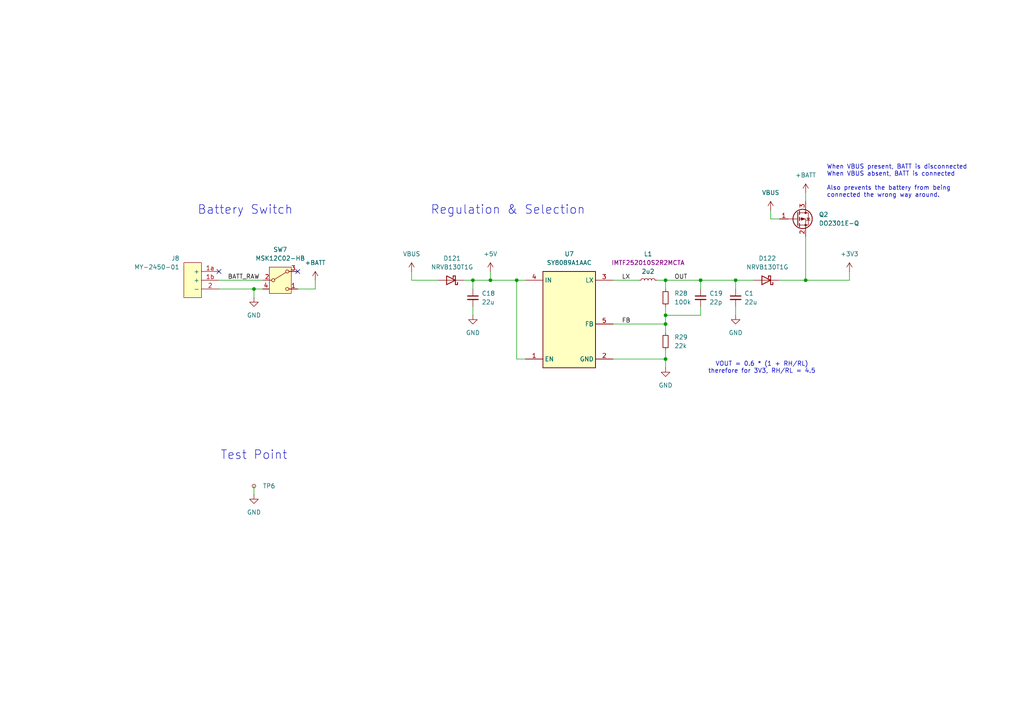
<source format=kicad_sch>
(kicad_sch (version 20231120) (generator "eeschema") (generator_version "8.0")
  (paper "A4")
  (lib_symbols
    (symbol "Connector:TestPoint_Small" (pin_numbers hide) (pin_names (offset 0.762) hide)
      (property "Reference" "TP" (at 0 3.81 0))
      (property "Value" "TestPoint_Small" (at 0 2.032 0))
      (symbol "TestPoint_Small_0_1"
        (circle (center 0 0) (radius 0.508))
      )
      (symbol "TestPoint_Small_1_1"
        (pin passive line (at 0 0 90) (length 0) (name "1") (number "1"))
      )
    )
    (symbol "Device:C_Small" (pin_numbers hide) (pin_names (offset 0.254) hide)
      (property "Reference" "C" (at 0.254 1.778 0))
      (property "Value" "C_Small" (at 0.254 -2.032 0))
      (symbol "C_Small_0_1"
        (polyline (pts (xy -1.524 -0.508) (xy 1.524 -0.508)) (stroke (width 0.3302)))
        (polyline (pts (xy -1.524 0.508) (xy 1.524 0.508)) (stroke (width 0.3048)))
      )
      (symbol "C_Small_1_1"
        (pin passive line (at 0 2.54 270) (length 2.032) (name "~") (number "1"))
        (pin passive line (at 0 -2.54 90) (length 2.032) (name "~") (number "2"))
      )
    )
    (symbol "Device:D_Schottky" (pin_numbers hide) (pin_names (offset 1.016) hide)
      (property "Reference" "D" (at 0 2.54 0))
      (property "Value" "D_Schottky" (at 0 -2.54 0))
      (symbol "D_Schottky_0_1"
        (polyline (pts (xy 1.27 0) (xy -1.27 0)))
        (polyline (pts (xy 1.27 1.27) (xy 1.27 -1.27) (xy -1.27 0) (xy 1.27 1.27)) (stroke (width 0.254)))
        (polyline (pts (xy -1.905 0.635) (xy -1.905 1.27) (xy -1.27 1.27) (xy -1.27 -1.27) (xy -0.635 -1.27) (xy -0.635 -0.635)) (stroke (width 0.254)))
      )
      (symbol "D_Schottky_1_1"
        (pin passive line (at -3.81 0 0) (length 2.54) (name "K") (number "1"))
        (pin passive line (at 3.81 0 180) (length 2.54) (name "A") (number "2"))
      )
    )
    (symbol "Device:L_Small" (pin_numbers hide) (pin_names (offset 0.254) hide)
      (property "Reference" "L" (at 0.762 1.016 0))
      (property "Value" "L_Small" (at 0.762 -1.016 0))
      (symbol "L_Small_0_1"
        (arc (start 0 -2.032) (mid 0.5058 -1.524) (end 0 -1.016))
        (arc (start 0 -1.016) (mid 0.5058 -0.508) (end 0 0))
        (arc (start 0 0) (mid 0.5058 0.508) (end 0 1.016))
        (arc (start 0 1.016) (mid 0.5058 1.524) (end 0 2.032))
      )
      (symbol "L_Small_1_1"
        (pin passive line (at 0 2.54 270) (length 0.508) (name "~") (number "1"))
        (pin passive line (at 0 -2.54 90) (length 0.508) (name "~") (number "2"))
      )
    )
    (symbol "Device:Q_PMOS_GSD" (pin_names (offset 0) hide)
      (property "Reference" "Q" (at 5.08 1.27 0))
      (property "Value" "Q_PMOS_GSD" (at 5.08 -1.27 0))
      (symbol "Q_PMOS_GSD_0_1"
        (polyline (pts (xy 0.254 0) (xy -2.54 0)))
        (polyline (pts (xy 0.254 1.905) (xy 0.254 -1.905)) (stroke (width 0.254)))
        (polyline (pts (xy 0.762 -1.27) (xy 0.762 -2.286)) (stroke (width 0.254)))
        (polyline (pts (xy 0.762 0.508) (xy 0.762 -0.508)) (stroke (width 0.254)))
        (polyline (pts (xy 0.762 2.286) (xy 0.762 1.27)) (stroke (width 0.254)))
        (polyline (pts (xy 2.54 2.54) (xy 2.54 1.778)))
        (polyline (pts (xy 2.54 -2.54) (xy 2.54 0) (xy 0.762 0)))
        (polyline (pts (xy 0.762 1.778) (xy 3.302 1.778) (xy 3.302 -1.778) (xy 0.762 -1.778)))
        (polyline (pts (xy 2.286 0) (xy 1.27 0.381) (xy 1.27 -0.381) (xy 2.286 0)) (fill (type outline)))
        (polyline (pts (xy 2.794 -0.508) (xy 2.921 -0.381) (xy 3.683 -0.381) (xy 3.81 -0.254)))
        (polyline (pts (xy 3.302 -0.381) (xy 2.921 0.254) (xy 3.683 0.254) (xy 3.302 -0.381)))
        (circle (center 1.651 0) (radius 2.794) (stroke (width 0.254)))
        (circle (center 2.54 -1.778) (radius 0.254) (fill (type outline)))
        (circle (center 2.54 1.778) (radius 0.254) (fill (type outline)))
      )
      (symbol "Q_PMOS_GSD_1_1"
        (pin input line (at -5.08 0 0) (length 2.54) (name "G") (number "1"))
        (pin passive line (at 2.54 -5.08 90) (length 2.54) (name "S") (number "2"))
        (pin passive line (at 2.54 5.08 270) (length 2.54) (name "D") (number "3"))
      )
    )
    (symbol "Device:R_Small" (pin_numbers hide) (pin_names (offset 0.254) hide)
      (property "Reference" "R" (at 0.762 0.508 0))
      (property "Value" "R_Small" (at 0.762 -1.016 0))
      (symbol "R_Small_0_1"
        (rectangle (start -0.762 1.778) (end 0.762 -1.778) (stroke (width 0.2032)))
      )
      (symbol "R_Small_1_1"
        (pin passive line (at 0 2.54 270) (length 0.762) (name "~") (number "1"))
        (pin passive line (at 0 -2.54 90) (length 0.762) (name "~") (number "2"))
      )
    )
    (symbol "SY8089A1AAC:SY8089A1AAC"
      (property "Reference" "U" (at 0 5.08 0))
      (property "Value" "SY8089A1AAC" (at 0 2.54 0))
      (symbol "SY8089A1AAC_1_1"
        (rectangle (start -7.62 0) (end 7.62 -27.94) (stroke (width 0.254)) (fill (type background)))
        (pin passive line (at -12.7 -25.4 0) (length 5.08) (name "EN") (number "1"))
        (pin passive line (at 12.7 -25.4 180) (length 5.08) (name "GND") (number "2"))
        (pin passive line (at 12.7 -2.54 180) (length 5.08) (name "LX") (number "3"))
        (pin passive line (at -12.7 -2.54 0) (length 5.08) (name "IN") (number "4"))
        (pin passive line (at 12.7 -15.24 180) (length 5.08) (name "FB") (number "5"))
      )
    )
    (symbol "badge_symbols:MSK12C02-HB" (pin_names (offset 1) hide)
      (property "Reference" "SW" (at 0 10.16 0))
      (property "Value" "MSK12C02-HB" (at 0 7.62 0))
      (symbol "MSK12C02-HB_0_1"
        (circle (center -2.032 0) (radius 0.4572))
        (polyline (pts (xy -1.651 0.254) (xy 1.651 2.286)))
        (circle (center 2.032 -2.54) (radius 0.4572))
        (circle (center 2.032 2.54) (radius 0.4572))
      )
      (symbol "MSK12C02-HB_1_1"
        (rectangle (start -3.175 3.81) (end 3.175 -3.81) (fill (type background)))
        (pin passive line (at 5.08 -2.54 180) (length 2.54) (name "C") (number "1"))
        (pin passive line (at -5.08 0 0) (length 2.54) (name "B") (number "2"))
        (pin passive line (at 5.08 2.54 180) (length 2.54) (name "A") (number "3"))
        (pin passive line (at -5.08 -2.54 0) (length 1.9) (name "") (number "4"))
      )
    )
    (symbol "badge_symbols:MY-2450-01"
      (property "Reference" "J" (at 0 5.08 0))
      (property "Value" "MY-2450-01" (at 0 2.54 0))
      (symbol "MY-2450-01_1_1"
        (rectangle (start -2.54 0) (end 2.54 -10.16) (fill (type background)))
        (pin input line (at 7.62 -2.54 180) (length 5.08) (name "+") (number "1a"))
        (pin input line (at 7.62 -5.08 180) (length 5.08) (name "+") (number "1b"))
        (pin input line (at 7.62 -7.62 180) (length 5.08) (name "-") (number "2"))
      )
    )
    (symbol "power:+3V3" (power) (pin_numbers hide) (pin_names (offset 0) hide)
      (property "Value" "+3V3" (at 0 3.556 0))
      (symbol "+3V3_0_1"
        (polyline (pts (xy -0.762 1.27) (xy 0 2.54)))
        (polyline (pts (xy 0 0) (xy 0 2.54)))
        (polyline (pts (xy 0 2.54) (xy 0.762 1.27)))
      )
      (symbol "+3V3_1_1"
        (pin power_in line (at 0 0 90) (length 0) (name "~") (number "1"))
      )
    )
    (symbol "power:+5V" (power) (pin_numbers hide) (pin_names (offset 0) hide)
      (property "Value" "+5V" (at 0 3.556 0))
      (symbol "+5V_0_1"
        (polyline (pts (xy -0.762 1.27) (xy 0 2.54)))
        (polyline (pts (xy 0 0) (xy 0 2.54)))
        (polyline (pts (xy 0 2.54) (xy 0.762 1.27)))
      )
      (symbol "+5V_1_1"
        (pin power_in line (at 0 0 90) (length 0) (name "~") (number "1"))
      )
    )
    (symbol "power:+BATT" (power) (pin_numbers hide) (pin_names (offset 0) hide)
      (property "Value" "+BATT" (at 0 3.556 0))
      (symbol "+BATT_0_1"
        (polyline (pts (xy -0.762 1.27) (xy 0 2.54)))
        (polyline (pts (xy 0 0) (xy 0 2.54)))
        (polyline (pts (xy 0 2.54) (xy 0.762 1.27)))
      )
      (symbol "+BATT_1_1"
        (pin power_in line (at 0 0 90) (length 0) (name "~") (number "1"))
      )
    )
    (symbol "power:GND" (power) (pin_numbers hide) (pin_names (offset 0) hide)
      (property "Value" "GND" (at 0 -3.81 0))
      (symbol "GND_0_1"
        (polyline (pts (xy 0 0) (xy 0 -1.27) (xy 1.27 -1.27) (xy 0 -2.54) (xy -1.27 -1.27) (xy 0 -1.27)))
      )
      (symbol "GND_1_1"
        (pin power_in line (at 0 0 270) (length 0) (name "~") (number "1"))
      )
    )
    (symbol "power:VBUS" (power) (pin_numbers hide) (pin_names (offset 0) hide)
      (property "Value" "VBUS" (at 0 3.556 0))
      (symbol "VBUS_0_1"
        (polyline (pts (xy -0.762 1.27) (xy 0 2.54)))
        (polyline (pts (xy 0 0) (xy 0 2.54)))
        (polyline (pts (xy 0 2.54) (xy 0.762 1.27)))
      )
      (symbol "VBUS_1_1"
        (pin power_in line (at 0 0 90) (length 0) (name "~") (number "1"))
      )
    )
  )
  (junction (at 213.36 81.28))
  (junction (at 193.04 91.44))
  (junction (at 142.24 81.28))
  (junction (at 73.66 83.82))
  (junction (at 203.2 81.28))
  (junction (at 149.86 81.28))
  (junction (at 233.68 81.28))
  (junction (at 193.04 104.14))
  (junction (at 193.04 93.98))
  (junction (at 137.16 81.28))
  (junction (at 193.04 81.28))
  (no_connect (at 86.36 78.74))
  (no_connect (at 63.5 78.74))
  (wire (pts (xy 149.86 81.28) (xy 152.4 81.28)))
  (wire (pts (xy 193.04 81.28) (xy 203.2 81.28)))
  (wire (pts (xy 86.36 83.82) (xy 91.44 83.82)))
  (wire (pts (xy 193.04 104.14) (xy 193.04 106.68)))
  (wire (pts (xy 149.86 81.28) (xy 149.86 104.14)))
  (wire (pts (xy 119.38 78.74) (xy 119.38 81.28)))
  (wire (pts (xy 193.04 101.6) (xy 193.04 104.14)))
  (wire (pts (xy 73.66 86.36) (xy 73.66 83.82)))
  (wire (pts (xy 226.06 81.28) (xy 233.68 81.28)))
  (wire (pts (xy 73.66 140.97) (xy 73.66 143.51)))
  (wire (pts (xy 203.2 81.28) (xy 213.36 81.28)))
  (wire (pts (xy 203.2 81.28) (xy 203.2 83.82)))
  (wire (pts (xy 233.68 55.88) (xy 233.68 58.42)))
  (wire (pts (xy 213.36 81.28) (xy 218.44 81.28)))
  (wire (pts (xy 177.8 81.28) (xy 185.42 81.28)))
  (wire (pts (xy 142.24 81.28) (xy 149.86 81.28)))
  (wire (pts (xy 137.16 81.28) (xy 142.24 81.28)))
  (wire (pts (xy 137.16 88.9) (xy 137.16 91.44)))
  (wire (pts (xy 91.44 81.28) (xy 91.44 83.82)))
  (wire (pts (xy 63.5 81.28) (xy 76.2 81.28)))
  (wire (pts (xy 246.38 78.74) (xy 246.38 81.28)))
  (wire (pts (xy 193.04 93.98) (xy 193.04 96.52)))
  (wire (pts (xy 203.2 88.9) (xy 203.2 91.44)))
  (wire (pts (xy 223.52 63.5) (xy 226.06 63.5)))
  (wire (pts (xy 223.52 60.96) (xy 223.52 63.5)))
  (wire (pts (xy 193.04 91.44) (xy 193.04 93.98)))
  (wire (pts (xy 152.4 104.14) (xy 149.86 104.14)))
  (wire (pts (xy 63.5 83.82) (xy 73.66 83.82)))
  (wire (pts (xy 190.5 81.28) (xy 193.04 81.28)))
  (wire (pts (xy 233.68 68.58) (xy 233.68 81.28)))
  (wire (pts (xy 137.16 81.28) (xy 137.16 83.82)))
  (wire (pts (xy 73.66 83.82) (xy 76.2 83.82)))
  (wire (pts (xy 177.8 93.98) (xy 193.04 93.98)))
  (wire (pts (xy 193.04 88.9) (xy 193.04 91.44)))
  (wire (pts (xy 134.62 81.28) (xy 137.16 81.28)))
  (wire (pts (xy 213.36 83.82) (xy 213.36 81.28)))
  (wire (pts (xy 193.04 91.44) (xy 203.2 91.44)))
  (wire (pts (xy 119.38 81.28) (xy 127 81.28)))
  (wire (pts (xy 142.24 78.74) (xy 142.24 81.28)))
  (wire (pts (xy 193.04 81.28) (xy 193.04 83.82)))
  (wire (pts (xy 177.8 104.14) (xy 193.04 104.14)))
  (wire (pts (xy 233.68 81.28) (xy 246.38 81.28)))
  (wire (pts (xy 213.36 88.9) (xy 213.36 91.44)))
  (text "Battery Switch" (at 71.12 60.96 0) (effects (font (size 2.54 2.54))))
  (text "Test Point" (at 73.66 132.08 0) (effects (font (size 2.54 2.54))))
  (text "When VBUS present, BATT is disconnected\nWhen VBUS absent, BATT is connected\n\nAlso prevents the battery from being\nconnected the wrong way around." (at 239.776 52.578 0) (effects (font (size 1.27 1.27)) (justify left)))
  (text "Regulation & Selection" (at 147.32 60.96 0) (effects (font (size 2.54 2.54))))
  (text "VOUT = 0.6 * (1 + RH/RL)\ntherefore for 3V3, RH/RL = 4.5" (at 220.98 106.68 0) (effects (font (size 1.27 1.27))))
  (label "OUT" (at 195.58 81.28 0))
  (label "BATT_RAW" (at 66.04 81.28 0))
  (label "FB" (at 180.34 93.98 0))
  (label "LX" (at 180.34 81.28 0))
  (symbol (lib_id "badge_symbols:MSK12C02-HB") (at 81.28 81.28 0) (unit 1)
    (property "Reference" "SW7" (at 81.2775 72.39 0))
    (property "Value" "MSK12C02-HB" (at 81.2775 74.93 0))
    (property "Footprint" "badge_footprints:MSK12C02-HB" (effects (hide yes)))
    (property "Description" "Switch, single pole double throw" (effects (hide yes)))
    (property "LCSC part number" "C5149817" (effects (hide yes)))
  )
  (symbol (lib_id "Device:R_Small") (at 193.04 86.36 0) (unit 1)
    (property "Reference" "R28" (at 195.58 85.0899 0) (effects (justify left)))
    (property "Value" "100k" (at 195.58 87.6299 0) (effects (justify left)))
    (property "Footprint" "Resistor_SMD:R_0402_1005Metric" (effects (hide yes)))
    (property "Description" "Resistor, small symbol" (effects (hide yes)))
  )
  (symbol (lib_id "power:GND") (at 73.66 86.36 0) (mirror y) (unit 1)
    (property "Reference" "#PWR042" (effects (hide yes)))
    (property "Value" "GND" (at 73.66 91.44 0))
    (property "Description" "Power symbol creates a global label with name \"GND\" , ground" (effects (hide yes)))
  )
  (symbol (lib_id "Device:D_Schottky") (at 222.25 81.28 180) (unit 1)
    (property "Reference" "D122" (at 222.5675 74.93 0))
    (property "Value" "NRVB130T1G" (at 222.5675 77.47 0))
    (property "Footprint" "Diode_SMD:D_SOD-123F" (effects (hide yes)))
    (property "Description" "Schottky diode" (effects (hide yes)))
    (property "LCSC part number" "C917121" (effects (hide yes)))
  )
  (symbol (lib_id "power:GND") (at 213.36 91.44 0) (unit 1)
    (property "Reference" "#PWR010" (effects (hide yes)))
    (property "Value" "GND" (at 213.36 96.52 0))
    (property "Description" "Power symbol creates a global label with name \"GND\" , ground" (effects (hide yes)))
  )
  (symbol (lib_id "power:GND") (at 193.04 106.68 0) (unit 1)
    (property "Reference" "#PWR049" (effects (hide yes)))
    (property "Value" "GND" (at 193.04 111.76 0))
    (property "Description" "Power symbol creates a global label with name \"GND\" , ground" (effects (hide yes)))
  )
  (symbol (lib_id "Device:C_Small") (at 213.36 86.36 0) (unit 1)
    (property "Reference" "C1" (at 215.9 85.0962 0) (effects (justify left)))
    (property "Value" "22u" (at 215.9 87.6362 0) (effects (justify left)))
    (property "Footprint" "Capacitor_SMD:C_0603_1608Metric" (effects (hide yes)))
    (property "Description" "Unpolarized capacitor, small symbol" (effects (hide yes)))
  )
  (symbol (lib_id "Device:D_Schottky") (at 130.81 81.28 180) (unit 1)
    (property "Reference" "D121" (at 131.1275 74.93 0))
    (property "Value" "NRVB130T1G" (at 131.1275 77.47 0))
    (property "Footprint" "Diode_SMD:D_SOD-123F" (effects (hide yes)))
    (property "Description" "Schottky diode" (effects (hide yes)))
    (property "LCSC part number" "C917121" (effects (hide yes)))
  )
  (symbol (lib_id "power:GND") (at 137.16 91.44 0) (unit 1)
    (property "Reference" "#PWR047" (effects (hide yes)))
    (property "Value" "GND" (at 137.16 96.52 0))
    (property "Description" "Power symbol creates a global label with name \"GND\" , ground" (effects (hide yes)))
  )
  (symbol (lib_id "badge_symbols:MY-2450-01") (at 55.88 76.2 0) (unit 1)
    (property "Reference" "J8" (at 52.07 74.9299 0) (effects (justify right)))
    (property "Value" "MY-2450-01" (at 52.07 77.4699 0) (effects (justify right)))
    (property "Footprint" "badge_footprints:MY-2450-01" (effects (hide yes)))
    (property "Datasheet" "https://www.lcsc.com/datasheet/lcsc_datasheet_2012181809_MYOUNG-MY-2450-01_C964845.pdf" (effects (hide yes)))
    (property "Description" "Battery clip Nickel Phosphor Bronze CR2450 SMD Button And Strip Battery Connector ROHS" (effects (hide yes)))
    (property "LCSC part number" "C964845" (effects (hide yes)))
  )
  (symbol (lib_id "power:+3V3") (at 246.38 78.74 0) (unit 1)
    (property "Reference" "#PWR052" (effects (hide yes)))
    (property "Value" "+3V3" (at 246.38 73.66 0))
    (property "Description" "Power symbol creates a global label with name \"+3V3\"" (effects (hide yes)))
  )
  (symbol (lib_id "power:VBUS") (at 223.52 60.96 0) (unit 1)
    (property "Reference" "#PWR050" (effects (hide yes)))
    (property "Value" "VBUS" (at 223.52 55.88 0))
    (property "Description" "Power symbol creates a global label with name \"VBUS\"" (effects (hide yes)))
  )
  (symbol (lib_id "power:VBUS") (at 119.38 78.74 0) (unit 1)
    (property "Reference" "#PWR046" (effects (hide yes)))
    (property "Value" "VBUS" (at 119.38 73.66 0))
    (property "Description" "Power symbol creates a global label with name \"VBUS\"" (effects (hide yes)))
  )
  (symbol (lib_id "Device:L_Small") (at 187.96 81.28 90) (unit 1)
    (property "Reference" "L1" (at 187.96 73.66 90))
    (property "Value" "2u2" (at 187.96 78.74 90))
    (property "Footprint" "Inductor_SMD:L_1008_2520Metric" (effects (hide yes)))
    (property "Description" "Inductor, small symbol" (effects (hide yes)))
    (property "Part" "IMTF252010S2R2MCTA" (at 187.96 76.2 90))
    (property "LCSC part number" "C19631588" (effects (hide yes)))
  )
  (symbol (lib_id "SY8089A1AAC:SY8089A1AAC") (at 165.1 78.74 0) (unit 1)
    (property "Reference" "U7" (at 165.1 73.66 0))
    (property "Value" "SY8089A1AAC" (at 165.1 76.2 0))
    (property "Footprint" "badge_footprints:SOT95P285X130-5N" (effects (hide yes)))
    (property "Datasheet" "https://www.lcsc.com/datasheet/lcsc_datasheet_2409292203_Silergy-Corp-SY8089A1AAC_C479074.pdf" (effects (hide yes)))
    (property "Description" "LOW LOSS POWER DISTRIBUTION SWITCH WITH" (effects (hide yes)))
    (property "Height" "1.3" (effects (hide yes)))
    (property "Manufacturer_Name" "Silergy" (effects (hide yes)))
    (property "Manufacturer_Part_Number" "SY8089A1AAC" (effects (hide yes)))
    (property "LCSC part number" "C479074" (effects (hide yes)))
  )
  (symbol (lib_id "Device:R_Small") (at 193.04 99.06 0) (unit 1)
    (property "Reference" "R29" (at 195.58 97.7899 0) (effects (justify left)))
    (property "Value" "22k" (at 195.58 100.3299 0) (effects (justify left)))
    (property "Footprint" "Resistor_SMD:R_0402_1005Metric" (effects (hide yes)))
    (property "Description" "Resistor, small symbol" (effects (hide yes)))
  )
  (symbol (lib_id "Device:Q_PMOS_GSD") (at 231.14 63.5 0) (unit 1)
    (property "Reference" "Q2" (at 237.49 62.2299 0) (effects (justify left)))
    (property "Value" "DO2301E-Q" (at 237.49 64.7699 0) (effects (justify left)))
    (property "Footprint" "Package_TO_SOT_SMD:SOT-23" (effects (hide yes)))
    (property "Description" "P-MOSFET transistor, gate/source/drain" (effects (hide yes)))
    (property "LCSC part number" "C41384537" (effects (hide yes)))
  )
  (symbol (lib_id "Connector:TestPoint_Small") (at 73.66 140.97 0) (unit 1) (in_bom no)
    (property "Reference" "TP6" (at 76.2 140.97 0) (effects (justify left)))
    (property "Value" "TestPoint_Small" (effects (hide yes)))
    (property "Footprint" "TestPoint:TestPoint_Pad_D3.0mm" (effects (hide yes)))
    (property "Description" "test point" (effects (hide yes)))
  )
  (symbol (lib_id "Device:C_Small") (at 137.16 86.36 0) (unit 1)
    (property "Reference" "C18" (at 139.7 85.0962 0) (effects (justify left)))
    (property "Value" "22u" (at 139.7 87.6362 0) (effects (justify left)))
    (property "Footprint" "Capacitor_SMD:C_0603_1608Metric" (effects (hide yes)))
    (property "Description" "Unpolarized capacitor, small symbol" (effects (hide yes)))
  )
  (symbol (lib_id "Device:C_Small") (at 203.2 86.36 0) (unit 1)
    (property "Reference" "C19" (at 205.74 85.0962 0) (effects (justify left)))
    (property "Value" "22p" (at 205.74 87.6362 0) (effects (justify left)))
    (property "Footprint" "Capacitor_SMD:C_0402_1005Metric" (effects (hide yes)))
    (property "Description" "Unpolarized capacitor, small symbol" (effects (hide yes)))
  )
  (symbol (lib_id "power:+BATT") (at 91.44 81.28 0) (unit 1)
    (property "Reference" "#PWR045" (effects (hide yes)))
    (property "Value" "+BATT" (at 91.44 76.2 0))
    (property "Description" "Power symbol creates a global label with name \"+BATT\"" (effects (hide yes)))
  )
  (symbol (lib_id "power:+BATT") (at 233.68 55.88 0) (unit 1)
    (property "Reference" "#PWR051" (effects (hide yes)))
    (property "Value" "+BATT" (at 233.68 50.8 0))
    (property "Description" "Power symbol creates a global label with name \"+BATT\"" (effects (hide yes)))
  )
  (symbol (lib_id "power:+5V") (at 142.24 78.74 0) (unit 1)
    (property "Reference" "#PWR048" (effects (hide yes)))
    (property "Value" "+5V" (at 142.24 73.66 0))
    (property "Description" "Power symbol creates a global label with name \"+5V\"" (effects (hide yes)))
  )
  (symbol (lib_id "power:GND") (at 73.66 143.51 0) (unit 1)
    (property "Reference" "#PWR044" (effects (hide yes)))
    (property "Value" "GND" (at 73.66 148.59 0))
    (property "Description" "Power symbol creates a global label with name \"GND\" , ground" (effects (hide yes)))
  )
)
</source>
